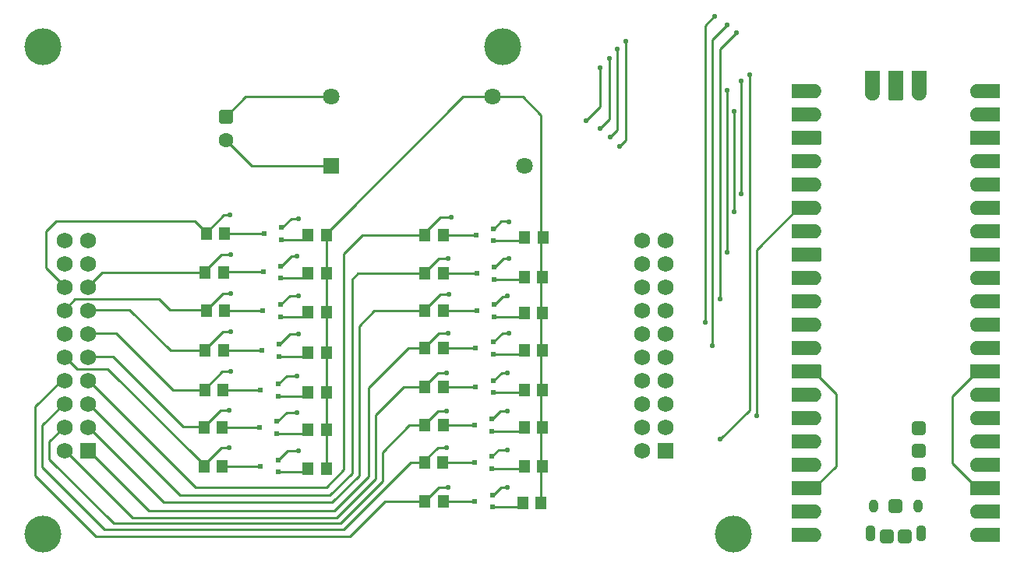
<source format=gbr>
G04*
G04 #@! TF.GenerationSoftware,Altium Limited,Altium Designer,23.9.2 (47)*
G04*
G04 Layer_Physical_Order=1*
G04 Layer_Color=255*
%FSLAX25Y25*%
%MOIN*%
G70*
G04*
G04 #@! TF.SameCoordinates,7D7DC0CB-560A-4B43-BD03-011E7A05A225*
G04*
G04*
G04 #@! TF.FilePolarity,Positive*
G04*
G01*
G75*
%ADD13C,0.01000*%
%ADD14O,0.04134X0.05709*%
%ADD15O,0.04331X0.07087*%
G04:AMPARAMS|DCode=16|XSize=59.06mil|YSize=59.06mil|CornerRadius=11.81mil|HoleSize=0mil|Usage=FLASHONLY|Rotation=180.000|XOffset=0mil|YOffset=0mil|HoleType=Round|Shape=RoundedRectangle|*
%AMROUNDEDRECTD16*
21,1,0.05906,0.03543,0,0,180.0*
21,1,0.03543,0.05906,0,0,180.0*
1,1,0.02362,-0.01772,0.01772*
1,1,0.02362,0.01772,0.01772*
1,1,0.02362,0.01772,-0.01772*
1,1,0.02362,-0.01772,-0.01772*
%
%ADD16ROUNDEDRECTD16*%
%ADD17R,0.02362X0.01850*%
%ADD18R,0.04724X0.05709*%
%ADD24R,0.06850X0.06850*%
%ADD25C,0.06850*%
%ADD32R,0.03937X0.03937*%
%ADD33C,0.06000*%
%ADD34C,0.06299*%
G04:AMPARAMS|DCode=35|XSize=62.99mil|YSize=62.99mil|CornerRadius=15.75mil|HoleSize=0mil|Usage=FLASHONLY|Rotation=270.000|XOffset=0mil|YOffset=0mil|HoleType=Round|Shape=RoundedRectangle|*
%AMROUNDEDRECTD35*
21,1,0.06299,0.03150,0,0,270.0*
21,1,0.03150,0.06299,0,0,270.0*
1,1,0.03150,-0.01575,-0.01575*
1,1,0.03150,-0.01575,0.01575*
1,1,0.03150,0.01575,0.01575*
1,1,0.03150,0.01575,-0.01575*
%
%ADD35ROUNDEDRECTD35*%
%ADD36C,0.07087*%
%ADD37R,0.07087X0.07087*%
%ADD38C,0.02300*%
%ADD39C,0.15748*%
G36*
X428949Y198350D02*
X419500D01*
X419335Y198354D01*
X419169Y198366D01*
X419008Y198390D01*
X418847Y198417D01*
X418685Y198457D01*
X418528Y198504D01*
X418370Y198559D01*
X418221Y198622D01*
X418071Y198693D01*
X417925Y198772D01*
X417783Y198858D01*
X417650Y198953D01*
X417520Y199051D01*
X417394Y199158D01*
X417272Y199272D01*
X417158Y199394D01*
X417051Y199520D01*
X416953Y199650D01*
X416858Y199784D01*
X416772Y199925D01*
X416693Y200071D01*
X416622Y200220D01*
X416559Y200370D01*
X416504Y200528D01*
X416457Y200685D01*
X416417Y200847D01*
X416390Y201008D01*
X416366Y201169D01*
X416354Y201335D01*
X416350Y201500D01*
X416354Y201665D01*
X416366Y201831D01*
X416390Y201992D01*
X416417Y202153D01*
X416457Y202315D01*
X416504Y202472D01*
X416559Y202630D01*
X416622Y202780D01*
X416693Y202929D01*
X416772Y203075D01*
X416858Y203217D01*
X416953Y203350D01*
X417051Y203480D01*
X417158Y203606D01*
X417272Y203728D01*
X417394Y203842D01*
X417520Y203949D01*
X417650Y204047D01*
X417783Y204142D01*
X417925Y204228D01*
X418071Y204307D01*
X418221Y204378D01*
X418370Y204441D01*
X418528Y204496D01*
X418685Y204543D01*
X418847Y204583D01*
X419008Y204610D01*
X419169Y204634D01*
X419335Y204646D01*
X419500Y204650D01*
X428949D01*
Y198350D01*
D02*
G37*
G36*
X349665Y204646D02*
X349831Y204634D01*
X349992Y204610D01*
X350153Y204583D01*
X350315Y204543D01*
X350472Y204496D01*
X350630Y204441D01*
X350780Y204378D01*
X350929Y204307D01*
X351075Y204228D01*
X351217Y204142D01*
X351350Y204047D01*
X351480Y203949D01*
X351606Y203842D01*
X351728Y203728D01*
X351842Y203606D01*
X351949Y203480D01*
X352047Y203350D01*
X352142Y203217D01*
X352228Y203075D01*
X352307Y202929D01*
X352378Y202780D01*
X352441Y202630D01*
X352496Y202472D01*
X352543Y202315D01*
X352583Y202153D01*
X352610Y201992D01*
X352634Y201831D01*
X352646Y201665D01*
X352650Y201500D01*
X352646Y201335D01*
X352634Y201169D01*
X352610Y201008D01*
X352583Y200847D01*
X352543Y200685D01*
X352496Y200528D01*
X352441Y200370D01*
X352378Y200220D01*
X352307Y200071D01*
X352228Y199925D01*
X352142Y199784D01*
X352047Y199650D01*
X351949Y199520D01*
X351842Y199394D01*
X351728Y199272D01*
X351606Y199158D01*
X351480Y199051D01*
X351350Y198953D01*
X351217Y198858D01*
X351075Y198772D01*
X350929Y198693D01*
X350780Y198622D01*
X350630Y198559D01*
X350472Y198504D01*
X350315Y198457D01*
X350153Y198417D01*
X349992Y198390D01*
X349831Y198366D01*
X349665Y198354D01*
X349500Y198350D01*
X340051D01*
Y204650D01*
X349500D01*
X349665Y204646D01*
D02*
G37*
G36*
X397650Y200594D02*
X397646Y200429D01*
X397634Y200264D01*
X397610Y200102D01*
X397583Y199941D01*
X397543Y199779D01*
X397496Y199622D01*
X397441Y199465D01*
X397378Y199315D01*
X397307Y199165D01*
X397228Y199020D01*
X397142Y198878D01*
X397047Y198744D01*
X396949Y198614D01*
X396843Y198488D01*
X396728Y198366D01*
X396606Y198252D01*
X396480Y198146D01*
X396350Y198047D01*
X396217Y197953D01*
X396075Y197866D01*
X395929Y197787D01*
X395779Y197716D01*
X395630Y197653D01*
X395472Y197598D01*
X395315Y197551D01*
X395153Y197512D01*
X394992Y197484D01*
X394831Y197461D01*
X394665Y197449D01*
X394500Y197445D01*
X394335Y197449D01*
X394169Y197461D01*
X394008Y197484D01*
X393847Y197512D01*
X393685Y197551D01*
X393528Y197598D01*
X393370Y197653D01*
X393220Y197716D01*
X393071Y197787D01*
X392925Y197866D01*
X392783Y197953D01*
X392650Y198047D01*
X392520Y198146D01*
X392394Y198252D01*
X392272Y198366D01*
X392158Y198488D01*
X392051Y198614D01*
X391953Y198744D01*
X391858Y198878D01*
X391772Y199020D01*
X391693Y199165D01*
X391622Y199315D01*
X391559Y199465D01*
X391504Y199622D01*
X391457Y199779D01*
X391417Y199941D01*
X391390Y200102D01*
X391366Y200264D01*
X391354Y200429D01*
X391350Y200594D01*
Y210043D01*
X397650D01*
Y200594D01*
D02*
G37*
G36*
X387650Y198232D02*
Y198193D01*
X387646Y198150D01*
X387642Y198110D01*
X387634Y198067D01*
X387622Y198028D01*
X387610Y197988D01*
X387598Y197949D01*
X387583Y197913D01*
X387563Y197874D01*
X387543Y197839D01*
X387524Y197803D01*
X387500Y197768D01*
X387472Y197736D01*
X387449Y197705D01*
X387417Y197677D01*
X387390Y197646D01*
X387358Y197622D01*
X387327Y197594D01*
X387291Y197571D01*
X387256Y197551D01*
X387221Y197531D01*
X387181Y197512D01*
X387146Y197496D01*
X387106Y197484D01*
X387067Y197472D01*
X387028Y197461D01*
X386984Y197453D01*
X386945Y197449D01*
X386902Y197445D01*
X382098D01*
X382055Y197449D01*
X382016Y197453D01*
X381972Y197461D01*
X381933Y197472D01*
X381894Y197484D01*
X381854Y197496D01*
X381819Y197512D01*
X381780Y197531D01*
X381744Y197551D01*
X381709Y197571D01*
X381673Y197594D01*
X381642Y197622D01*
X381610Y197646D01*
X381583Y197677D01*
X381551Y197705D01*
X381528Y197736D01*
X381500Y197768D01*
X381476Y197803D01*
X381457Y197839D01*
X381437Y197874D01*
X381417Y197913D01*
X381402Y197949D01*
X381390Y197988D01*
X381378Y198028D01*
X381366Y198067D01*
X381358Y198110D01*
X381354Y198150D01*
X381350Y198193D01*
Y198232D01*
Y210043D01*
X387650D01*
Y198232D01*
D02*
G37*
G36*
X377650Y200594D02*
X377646Y200429D01*
X377634Y200264D01*
X377610Y200102D01*
X377583Y199941D01*
X377543Y199779D01*
X377496Y199622D01*
X377441Y199465D01*
X377378Y199315D01*
X377307Y199165D01*
X377228Y199020D01*
X377142Y198878D01*
X377047Y198744D01*
X376949Y198614D01*
X376842Y198488D01*
X376728Y198366D01*
X376606Y198252D01*
X376480Y198146D01*
X376350Y198047D01*
X376217Y197953D01*
X376075Y197866D01*
X375929Y197787D01*
X375780Y197716D01*
X375630Y197653D01*
X375472Y197598D01*
X375315Y197551D01*
X375153Y197512D01*
X374992Y197484D01*
X374831Y197461D01*
X374665Y197449D01*
X374500Y197445D01*
X374335Y197449D01*
X374169Y197461D01*
X374008Y197484D01*
X373847Y197512D01*
X373685Y197551D01*
X373528Y197598D01*
X373370Y197653D01*
X373220Y197716D01*
X373071Y197787D01*
X372925Y197866D01*
X372783Y197953D01*
X372650Y198047D01*
X372520Y198146D01*
X372394Y198252D01*
X372272Y198366D01*
X372158Y198488D01*
X372051Y198614D01*
X371953Y198744D01*
X371858Y198878D01*
X371772Y199020D01*
X371693Y199165D01*
X371622Y199315D01*
X371559Y199465D01*
X371504Y199622D01*
X371457Y199779D01*
X371417Y199941D01*
X371390Y200102D01*
X371366Y200264D01*
X371354Y200429D01*
X371350Y200594D01*
Y210043D01*
X377650D01*
Y200594D01*
D02*
G37*
G36*
X428949Y188350D02*
X419500D01*
X419335Y188354D01*
X419169Y188366D01*
X419008Y188390D01*
X418847Y188417D01*
X418685Y188457D01*
X418528Y188504D01*
X418370Y188559D01*
X418221Y188622D01*
X418071Y188693D01*
X417925Y188772D01*
X417783Y188858D01*
X417650Y188953D01*
X417520Y189051D01*
X417394Y189157D01*
X417272Y189272D01*
X417158Y189394D01*
X417051Y189520D01*
X416953Y189650D01*
X416858Y189784D01*
X416772Y189925D01*
X416693Y190071D01*
X416622Y190220D01*
X416559Y190370D01*
X416504Y190528D01*
X416457Y190685D01*
X416417Y190847D01*
X416390Y191008D01*
X416366Y191169D01*
X416354Y191335D01*
X416350Y191500D01*
X416354Y191665D01*
X416366Y191831D01*
X416390Y191992D01*
X416417Y192154D01*
X416457Y192315D01*
X416504Y192472D01*
X416559Y192630D01*
X416622Y192780D01*
X416693Y192929D01*
X416772Y193075D01*
X416858Y193217D01*
X416953Y193350D01*
X417051Y193480D01*
X417158Y193606D01*
X417272Y193728D01*
X417394Y193842D01*
X417520Y193949D01*
X417650Y194047D01*
X417783Y194142D01*
X417925Y194228D01*
X418071Y194307D01*
X418221Y194378D01*
X418370Y194441D01*
X418528Y194496D01*
X418685Y194543D01*
X418847Y194583D01*
X419008Y194610D01*
X419169Y194634D01*
X419335Y194646D01*
X419500Y194650D01*
X428949D01*
Y188350D01*
D02*
G37*
G36*
X349665Y194646D02*
X349831Y194634D01*
X349992Y194610D01*
X350153Y194583D01*
X350315Y194543D01*
X350472Y194496D01*
X350630Y194441D01*
X350780Y194378D01*
X350929Y194307D01*
X351075Y194228D01*
X351217Y194142D01*
X351350Y194047D01*
X351480Y193949D01*
X351606Y193842D01*
X351728Y193728D01*
X351842Y193606D01*
X351949Y193480D01*
X352047Y193350D01*
X352142Y193217D01*
X352228Y193075D01*
X352307Y192929D01*
X352378Y192780D01*
X352441Y192630D01*
X352496Y192472D01*
X352543Y192315D01*
X352583Y192154D01*
X352610Y191992D01*
X352634Y191831D01*
X352646Y191665D01*
X352650Y191500D01*
X352646Y191335D01*
X352634Y191169D01*
X352610Y191008D01*
X352583Y190847D01*
X352543Y190685D01*
X352496Y190528D01*
X352441Y190370D01*
X352378Y190220D01*
X352307Y190071D01*
X352228Y189925D01*
X352142Y189784D01*
X352047Y189650D01*
X351949Y189520D01*
X351842Y189394D01*
X351728Y189272D01*
X351606Y189157D01*
X351480Y189051D01*
X351350Y188953D01*
X351217Y188858D01*
X351075Y188772D01*
X350929Y188693D01*
X350780Y188622D01*
X350630Y188559D01*
X350472Y188504D01*
X350315Y188457D01*
X350153Y188417D01*
X349992Y188390D01*
X349831Y188366D01*
X349665Y188354D01*
X349500Y188350D01*
X340051D01*
Y194650D01*
X349500D01*
X349665Y194646D01*
D02*
G37*
G36*
X428949Y178350D02*
X417098D01*
X417055Y178354D01*
X417016Y178358D01*
X416972Y178366D01*
X416933Y178378D01*
X416894Y178390D01*
X416854Y178402D01*
X416819Y178417D01*
X416780Y178437D01*
X416744Y178457D01*
X416709Y178476D01*
X416673Y178500D01*
X416642Y178528D01*
X416610Y178551D01*
X416583Y178583D01*
X416551Y178610D01*
X416528Y178642D01*
X416500Y178673D01*
X416476Y178709D01*
X416457Y178744D01*
X416437Y178779D01*
X416417Y178819D01*
X416402Y178854D01*
X416390Y178894D01*
X416378Y178933D01*
X416366Y178972D01*
X416358Y179016D01*
X416354Y179055D01*
X416350Y179098D01*
Y179138D01*
Y183862D01*
Y183902D01*
X416354Y183945D01*
X416358Y183984D01*
X416366Y184028D01*
X416378Y184067D01*
X416390Y184106D01*
X416402Y184146D01*
X416417Y184181D01*
X416437Y184221D01*
X416457Y184256D01*
X416476Y184291D01*
X416500Y184327D01*
X416528Y184358D01*
X416551Y184390D01*
X416583Y184417D01*
X416610Y184449D01*
X416642Y184472D01*
X416673Y184500D01*
X416709Y184524D01*
X416744Y184543D01*
X416780Y184563D01*
X416819Y184583D01*
X416854Y184598D01*
X416894Y184610D01*
X416933Y184622D01*
X416972Y184634D01*
X417016Y184642D01*
X417055Y184646D01*
X417098Y184650D01*
X428949D01*
Y178350D01*
D02*
G37*
G36*
X351945Y184646D02*
X351984Y184642D01*
X352028Y184634D01*
X352067Y184622D01*
X352106Y184610D01*
X352146Y184598D01*
X352181Y184583D01*
X352221Y184563D01*
X352256Y184543D01*
X352291Y184524D01*
X352327Y184500D01*
X352358Y184472D01*
X352390Y184449D01*
X352417Y184417D01*
X352449Y184390D01*
X352472Y184358D01*
X352500Y184327D01*
X352524Y184291D01*
X352543Y184256D01*
X352563Y184221D01*
X352583Y184181D01*
X352598Y184146D01*
X352610Y184106D01*
X352622Y184067D01*
X352634Y184028D01*
X352642Y183984D01*
X352646Y183945D01*
X352650Y183902D01*
Y183862D01*
Y179138D01*
Y179098D01*
X352646Y179055D01*
X352642Y179016D01*
X352634Y178972D01*
X352622Y178933D01*
X352610Y178894D01*
X352598Y178854D01*
X352583Y178819D01*
X352563Y178779D01*
X352543Y178744D01*
X352524Y178709D01*
X352500Y178673D01*
X352472Y178642D01*
X352449Y178610D01*
X352417Y178583D01*
X352390Y178551D01*
X352358Y178528D01*
X352327Y178500D01*
X352291Y178476D01*
X352256Y178457D01*
X352221Y178437D01*
X352181Y178417D01*
X352146Y178402D01*
X352106Y178390D01*
X352067Y178378D01*
X352028Y178366D01*
X351984Y178358D01*
X351945Y178354D01*
X351902Y178350D01*
X340051D01*
Y184650D01*
X351902D01*
X351945Y184646D01*
D02*
G37*
G36*
X428949Y168350D02*
X419500D01*
X419335Y168354D01*
X419169Y168366D01*
X419008Y168390D01*
X418847Y168417D01*
X418685Y168457D01*
X418528Y168504D01*
X418370Y168559D01*
X418221Y168622D01*
X418071Y168693D01*
X417925Y168772D01*
X417783Y168858D01*
X417650Y168953D01*
X417520Y169051D01*
X417394Y169158D01*
X417272Y169272D01*
X417158Y169394D01*
X417051Y169520D01*
X416953Y169650D01*
X416858Y169783D01*
X416772Y169925D01*
X416693Y170071D01*
X416622Y170220D01*
X416559Y170370D01*
X416504Y170528D01*
X416457Y170685D01*
X416417Y170846D01*
X416390Y171008D01*
X416366Y171169D01*
X416354Y171335D01*
X416350Y171500D01*
X416354Y171665D01*
X416366Y171831D01*
X416390Y171992D01*
X416417Y172153D01*
X416457Y172315D01*
X416504Y172472D01*
X416559Y172630D01*
X416622Y172780D01*
X416693Y172929D01*
X416772Y173075D01*
X416858Y173216D01*
X416953Y173350D01*
X417051Y173480D01*
X417158Y173606D01*
X417272Y173728D01*
X417394Y173843D01*
X417520Y173949D01*
X417650Y174047D01*
X417783Y174142D01*
X417925Y174228D01*
X418071Y174307D01*
X418221Y174378D01*
X418370Y174441D01*
X418528Y174496D01*
X418685Y174543D01*
X418847Y174583D01*
X419008Y174610D01*
X419169Y174634D01*
X419335Y174646D01*
X419500Y174650D01*
X428949D01*
Y168350D01*
D02*
G37*
G36*
X349665Y174646D02*
X349831Y174634D01*
X349992Y174610D01*
X350153Y174583D01*
X350315Y174543D01*
X350472Y174496D01*
X350630Y174441D01*
X350780Y174378D01*
X350929Y174307D01*
X351075Y174228D01*
X351217Y174142D01*
X351350Y174047D01*
X351480Y173949D01*
X351606Y173843D01*
X351728Y173728D01*
X351842Y173606D01*
X351949Y173480D01*
X352047Y173350D01*
X352142Y173216D01*
X352228Y173075D01*
X352307Y172929D01*
X352378Y172780D01*
X352441Y172630D01*
X352496Y172472D01*
X352543Y172315D01*
X352583Y172153D01*
X352610Y171992D01*
X352634Y171831D01*
X352646Y171665D01*
X352650Y171500D01*
X352646Y171335D01*
X352634Y171169D01*
X352610Y171008D01*
X352583Y170846D01*
X352543Y170685D01*
X352496Y170528D01*
X352441Y170370D01*
X352378Y170220D01*
X352307Y170071D01*
X352228Y169925D01*
X352142Y169783D01*
X352047Y169650D01*
X351949Y169520D01*
X351842Y169394D01*
X351728Y169272D01*
X351606Y169158D01*
X351480Y169051D01*
X351350Y168953D01*
X351217Y168858D01*
X351075Y168772D01*
X350929Y168693D01*
X350780Y168622D01*
X350630Y168559D01*
X350472Y168504D01*
X350315Y168457D01*
X350153Y168417D01*
X349992Y168390D01*
X349831Y168366D01*
X349665Y168354D01*
X349500Y168350D01*
X340051D01*
Y174650D01*
X349500D01*
X349665Y174646D01*
D02*
G37*
G36*
X428949Y158350D02*
X419500D01*
X419335Y158354D01*
X419169Y158366D01*
X419008Y158390D01*
X418847Y158417D01*
X418685Y158457D01*
X418528Y158504D01*
X418370Y158559D01*
X418221Y158622D01*
X418071Y158693D01*
X417925Y158772D01*
X417783Y158858D01*
X417650Y158953D01*
X417520Y159051D01*
X417394Y159158D01*
X417272Y159272D01*
X417158Y159394D01*
X417051Y159520D01*
X416953Y159650D01*
X416858Y159783D01*
X416772Y159925D01*
X416693Y160071D01*
X416622Y160221D01*
X416559Y160370D01*
X416504Y160528D01*
X416457Y160685D01*
X416417Y160846D01*
X416390Y161008D01*
X416366Y161169D01*
X416354Y161335D01*
X416350Y161500D01*
X416354Y161665D01*
X416366Y161831D01*
X416390Y161992D01*
X416417Y162153D01*
X416457Y162315D01*
X416504Y162472D01*
X416559Y162630D01*
X416622Y162779D01*
X416693Y162929D01*
X416772Y163075D01*
X416858Y163216D01*
X416953Y163350D01*
X417051Y163480D01*
X417158Y163606D01*
X417272Y163728D01*
X417394Y163842D01*
X417520Y163949D01*
X417650Y164047D01*
X417783Y164142D01*
X417925Y164228D01*
X418071Y164307D01*
X418221Y164378D01*
X418370Y164441D01*
X418528Y164496D01*
X418685Y164543D01*
X418847Y164583D01*
X419008Y164610D01*
X419169Y164634D01*
X419335Y164646D01*
X419500Y164650D01*
X428949D01*
Y158350D01*
D02*
G37*
G36*
X349665Y164646D02*
X349831Y164634D01*
X349992Y164610D01*
X350153Y164583D01*
X350315Y164543D01*
X350472Y164496D01*
X350630Y164441D01*
X350780Y164378D01*
X350929Y164307D01*
X351075Y164228D01*
X351217Y164142D01*
X351350Y164047D01*
X351480Y163949D01*
X351606Y163842D01*
X351728Y163728D01*
X351842Y163606D01*
X351949Y163480D01*
X352047Y163350D01*
X352142Y163216D01*
X352228Y163075D01*
X352307Y162929D01*
X352378Y162779D01*
X352441Y162630D01*
X352496Y162472D01*
X352543Y162315D01*
X352583Y162153D01*
X352610Y161992D01*
X352634Y161831D01*
X352646Y161665D01*
X352650Y161500D01*
X352646Y161335D01*
X352634Y161169D01*
X352610Y161008D01*
X352583Y160846D01*
X352543Y160685D01*
X352496Y160528D01*
X352441Y160370D01*
X352378Y160221D01*
X352307Y160071D01*
X352228Y159925D01*
X352142Y159783D01*
X352047Y159650D01*
X351949Y159520D01*
X351842Y159394D01*
X351728Y159272D01*
X351606Y159158D01*
X351480Y159051D01*
X351350Y158953D01*
X351217Y158858D01*
X351075Y158772D01*
X350929Y158693D01*
X350780Y158622D01*
X350630Y158559D01*
X350472Y158504D01*
X350315Y158457D01*
X350153Y158417D01*
X349992Y158390D01*
X349831Y158366D01*
X349665Y158354D01*
X349500Y158350D01*
X340051D01*
Y164650D01*
X349500D01*
X349665Y164646D01*
D02*
G37*
G36*
X428949Y148350D02*
X419500D01*
X419335Y148354D01*
X419169Y148366D01*
X419008Y148390D01*
X418847Y148417D01*
X418685Y148457D01*
X418528Y148504D01*
X418370Y148559D01*
X418221Y148622D01*
X418071Y148693D01*
X417925Y148772D01*
X417783Y148858D01*
X417650Y148953D01*
X417520Y149051D01*
X417394Y149158D01*
X417272Y149272D01*
X417158Y149394D01*
X417051Y149520D01*
X416953Y149650D01*
X416858Y149784D01*
X416772Y149925D01*
X416693Y150071D01*
X416622Y150221D01*
X416559Y150370D01*
X416504Y150528D01*
X416457Y150685D01*
X416417Y150847D01*
X416390Y151008D01*
X416366Y151169D01*
X416354Y151335D01*
X416350Y151500D01*
X416354Y151665D01*
X416366Y151831D01*
X416390Y151992D01*
X416417Y152154D01*
X416457Y152315D01*
X416504Y152472D01*
X416559Y152630D01*
X416622Y152779D01*
X416693Y152929D01*
X416772Y153075D01*
X416858Y153217D01*
X416953Y153350D01*
X417051Y153480D01*
X417158Y153606D01*
X417272Y153728D01*
X417394Y153842D01*
X417520Y153949D01*
X417650Y154047D01*
X417783Y154142D01*
X417925Y154228D01*
X418071Y154307D01*
X418221Y154378D01*
X418370Y154441D01*
X418528Y154496D01*
X418685Y154543D01*
X418847Y154583D01*
X419008Y154610D01*
X419169Y154634D01*
X419335Y154646D01*
X419500Y154650D01*
X428949D01*
Y148350D01*
D02*
G37*
G36*
X349665Y154646D02*
X349831Y154634D01*
X349992Y154610D01*
X350153Y154583D01*
X350315Y154543D01*
X350472Y154496D01*
X350630Y154441D01*
X350780Y154378D01*
X350929Y154307D01*
X351075Y154228D01*
X351217Y154142D01*
X351350Y154047D01*
X351480Y153949D01*
X351606Y153842D01*
X351728Y153728D01*
X351842Y153606D01*
X351949Y153480D01*
X352047Y153350D01*
X352142Y153217D01*
X352228Y153075D01*
X352307Y152929D01*
X352378Y152779D01*
X352441Y152630D01*
X352496Y152472D01*
X352543Y152315D01*
X352583Y152154D01*
X352610Y151992D01*
X352634Y151831D01*
X352646Y151665D01*
X352650Y151500D01*
X352646Y151335D01*
X352634Y151169D01*
X352610Y151008D01*
X352583Y150847D01*
X352543Y150685D01*
X352496Y150528D01*
X352441Y150370D01*
X352378Y150221D01*
X352307Y150071D01*
X352228Y149925D01*
X352142Y149784D01*
X352047Y149650D01*
X351949Y149520D01*
X351842Y149394D01*
X351728Y149272D01*
X351606Y149158D01*
X351480Y149051D01*
X351350Y148953D01*
X351217Y148858D01*
X351075Y148772D01*
X350929Y148693D01*
X350780Y148622D01*
X350630Y148559D01*
X350472Y148504D01*
X350315Y148457D01*
X350153Y148417D01*
X349992Y148390D01*
X349831Y148366D01*
X349665Y148354D01*
X349500Y148350D01*
X340051D01*
Y154650D01*
X349500D01*
X349665Y154646D01*
D02*
G37*
G36*
X428949Y138350D02*
X419500D01*
X419335Y138354D01*
X419169Y138366D01*
X419008Y138390D01*
X418847Y138417D01*
X418685Y138457D01*
X418528Y138504D01*
X418370Y138559D01*
X418221Y138622D01*
X418071Y138693D01*
X417925Y138772D01*
X417783Y138858D01*
X417650Y138953D01*
X417520Y139051D01*
X417394Y139157D01*
X417272Y139272D01*
X417158Y139394D01*
X417051Y139520D01*
X416953Y139650D01*
X416858Y139784D01*
X416772Y139925D01*
X416693Y140071D01*
X416622Y140220D01*
X416559Y140370D01*
X416504Y140528D01*
X416457Y140685D01*
X416417Y140847D01*
X416390Y141008D01*
X416366Y141169D01*
X416354Y141335D01*
X416350Y141500D01*
X416354Y141665D01*
X416366Y141831D01*
X416390Y141992D01*
X416417Y142154D01*
X416457Y142315D01*
X416504Y142472D01*
X416559Y142630D01*
X416622Y142780D01*
X416693Y142929D01*
X416772Y143075D01*
X416858Y143217D01*
X416953Y143350D01*
X417051Y143480D01*
X417158Y143606D01*
X417272Y143728D01*
X417394Y143842D01*
X417520Y143949D01*
X417650Y144047D01*
X417783Y144142D01*
X417925Y144228D01*
X418071Y144307D01*
X418221Y144378D01*
X418370Y144441D01*
X418528Y144496D01*
X418685Y144543D01*
X418847Y144583D01*
X419008Y144610D01*
X419169Y144634D01*
X419335Y144646D01*
X419500Y144650D01*
X428949D01*
Y138350D01*
D02*
G37*
G36*
X349665Y144646D02*
X349831Y144634D01*
X349992Y144610D01*
X350153Y144583D01*
X350315Y144543D01*
X350472Y144496D01*
X350630Y144441D01*
X350780Y144378D01*
X350929Y144307D01*
X351075Y144228D01*
X351217Y144142D01*
X351350Y144047D01*
X351480Y143949D01*
X351606Y143842D01*
X351728Y143728D01*
X351842Y143606D01*
X351949Y143480D01*
X352047Y143350D01*
X352142Y143217D01*
X352228Y143075D01*
X352307Y142929D01*
X352378Y142780D01*
X352441Y142630D01*
X352496Y142472D01*
X352543Y142315D01*
X352583Y142154D01*
X352610Y141992D01*
X352634Y141831D01*
X352646Y141665D01*
X352650Y141500D01*
X352646Y141335D01*
X352634Y141169D01*
X352610Y141008D01*
X352583Y140847D01*
X352543Y140685D01*
X352496Y140528D01*
X352441Y140370D01*
X352378Y140220D01*
X352307Y140071D01*
X352228Y139925D01*
X352142Y139784D01*
X352047Y139650D01*
X351949Y139520D01*
X351842Y139394D01*
X351728Y139272D01*
X351606Y139157D01*
X351480Y139051D01*
X351350Y138953D01*
X351217Y138858D01*
X351075Y138772D01*
X350929Y138693D01*
X350780Y138622D01*
X350630Y138559D01*
X350472Y138504D01*
X350315Y138457D01*
X350153Y138417D01*
X349992Y138390D01*
X349831Y138366D01*
X349665Y138354D01*
X349500Y138350D01*
X340051D01*
Y144650D01*
X349500D01*
X349665Y144646D01*
D02*
G37*
G36*
X428949Y128350D02*
X417098D01*
X417055Y128354D01*
X417016Y128358D01*
X416972Y128366D01*
X416933Y128378D01*
X416894Y128390D01*
X416854Y128402D01*
X416819Y128417D01*
X416780Y128437D01*
X416744Y128457D01*
X416709Y128476D01*
X416673Y128500D01*
X416642Y128528D01*
X416610Y128551D01*
X416583Y128583D01*
X416551Y128610D01*
X416528Y128642D01*
X416500Y128673D01*
X416476Y128709D01*
X416457Y128744D01*
X416437Y128779D01*
X416417Y128819D01*
X416402Y128854D01*
X416390Y128894D01*
X416378Y128933D01*
X416366Y128972D01*
X416358Y129016D01*
X416354Y129055D01*
X416350Y129098D01*
Y129138D01*
Y133862D01*
Y133902D01*
X416354Y133945D01*
X416358Y133984D01*
X416366Y134028D01*
X416378Y134067D01*
X416390Y134106D01*
X416402Y134146D01*
X416417Y134181D01*
X416437Y134221D01*
X416457Y134256D01*
X416476Y134291D01*
X416500Y134327D01*
X416528Y134358D01*
X416551Y134390D01*
X416583Y134417D01*
X416610Y134449D01*
X416642Y134472D01*
X416673Y134500D01*
X416709Y134524D01*
X416744Y134543D01*
X416780Y134563D01*
X416819Y134583D01*
X416854Y134598D01*
X416894Y134610D01*
X416933Y134622D01*
X416972Y134634D01*
X417016Y134642D01*
X417055Y134646D01*
X417098Y134650D01*
X428949D01*
Y128350D01*
D02*
G37*
G36*
X351945Y134646D02*
X351984Y134642D01*
X352028Y134634D01*
X352067Y134622D01*
X352106Y134610D01*
X352146Y134598D01*
X352181Y134583D01*
X352221Y134563D01*
X352256Y134543D01*
X352291Y134524D01*
X352327Y134500D01*
X352358Y134472D01*
X352390Y134449D01*
X352417Y134417D01*
X352449Y134390D01*
X352472Y134358D01*
X352500Y134327D01*
X352524Y134291D01*
X352543Y134256D01*
X352563Y134221D01*
X352583Y134181D01*
X352598Y134146D01*
X352610Y134106D01*
X352622Y134067D01*
X352634Y134028D01*
X352642Y133984D01*
X352646Y133945D01*
X352650Y133902D01*
Y133862D01*
Y129138D01*
Y129098D01*
X352646Y129055D01*
X352642Y129016D01*
X352634Y128972D01*
X352622Y128933D01*
X352610Y128894D01*
X352598Y128854D01*
X352583Y128819D01*
X352563Y128779D01*
X352543Y128744D01*
X352524Y128709D01*
X352500Y128673D01*
X352472Y128642D01*
X352449Y128610D01*
X352417Y128583D01*
X352390Y128551D01*
X352358Y128528D01*
X352327Y128500D01*
X352291Y128476D01*
X352256Y128457D01*
X352221Y128437D01*
X352181Y128417D01*
X352146Y128402D01*
X352106Y128390D01*
X352067Y128378D01*
X352028Y128366D01*
X351984Y128358D01*
X351945Y128354D01*
X351902Y128350D01*
X340051D01*
Y134650D01*
X351902D01*
X351945Y134646D01*
D02*
G37*
G36*
X428949Y118350D02*
X419500D01*
X419335Y118354D01*
X419169Y118366D01*
X419008Y118390D01*
X418847Y118417D01*
X418685Y118457D01*
X418528Y118504D01*
X418370Y118559D01*
X418221Y118622D01*
X418071Y118693D01*
X417925Y118772D01*
X417783Y118858D01*
X417650Y118953D01*
X417520Y119051D01*
X417394Y119158D01*
X417272Y119272D01*
X417158Y119394D01*
X417051Y119520D01*
X416953Y119650D01*
X416858Y119783D01*
X416772Y119925D01*
X416693Y120071D01*
X416622Y120220D01*
X416559Y120370D01*
X416504Y120528D01*
X416457Y120685D01*
X416417Y120846D01*
X416390Y121008D01*
X416366Y121169D01*
X416354Y121335D01*
X416350Y121500D01*
X416354Y121665D01*
X416366Y121831D01*
X416390Y121992D01*
X416417Y122153D01*
X416457Y122315D01*
X416504Y122472D01*
X416559Y122630D01*
X416622Y122780D01*
X416693Y122929D01*
X416772Y123075D01*
X416858Y123216D01*
X416953Y123350D01*
X417051Y123480D01*
X417158Y123606D01*
X417272Y123728D01*
X417394Y123843D01*
X417520Y123949D01*
X417650Y124047D01*
X417783Y124142D01*
X417925Y124228D01*
X418071Y124307D01*
X418221Y124378D01*
X418370Y124441D01*
X418528Y124496D01*
X418685Y124543D01*
X418847Y124583D01*
X419008Y124610D01*
X419169Y124634D01*
X419335Y124646D01*
X419500Y124650D01*
X428949D01*
Y118350D01*
D02*
G37*
G36*
X349665Y124646D02*
X349831Y124634D01*
X349992Y124610D01*
X350153Y124583D01*
X350315Y124543D01*
X350472Y124496D01*
X350630Y124441D01*
X350780Y124378D01*
X350929Y124307D01*
X351075Y124228D01*
X351217Y124142D01*
X351350Y124047D01*
X351480Y123949D01*
X351606Y123843D01*
X351728Y123728D01*
X351842Y123606D01*
X351949Y123480D01*
X352047Y123350D01*
X352142Y123216D01*
X352228Y123075D01*
X352307Y122929D01*
X352378Y122780D01*
X352441Y122630D01*
X352496Y122472D01*
X352543Y122315D01*
X352583Y122153D01*
X352610Y121992D01*
X352634Y121831D01*
X352646Y121665D01*
X352650Y121500D01*
X352646Y121335D01*
X352634Y121169D01*
X352610Y121008D01*
X352583Y120846D01*
X352543Y120685D01*
X352496Y120528D01*
X352441Y120370D01*
X352378Y120220D01*
X352307Y120071D01*
X352228Y119925D01*
X352142Y119783D01*
X352047Y119650D01*
X351949Y119520D01*
X351842Y119394D01*
X351728Y119272D01*
X351606Y119158D01*
X351480Y119051D01*
X351350Y118953D01*
X351217Y118858D01*
X351075Y118772D01*
X350929Y118693D01*
X350780Y118622D01*
X350630Y118559D01*
X350472Y118504D01*
X350315Y118457D01*
X350153Y118417D01*
X349992Y118390D01*
X349831Y118366D01*
X349665Y118354D01*
X349500Y118350D01*
X340051D01*
Y124650D01*
X349500D01*
X349665Y124646D01*
D02*
G37*
G36*
X428949Y108350D02*
X419500D01*
X419335Y108354D01*
X419169Y108366D01*
X419008Y108390D01*
X418847Y108417D01*
X418685Y108457D01*
X418528Y108504D01*
X418370Y108559D01*
X418221Y108622D01*
X418071Y108693D01*
X417925Y108772D01*
X417783Y108858D01*
X417650Y108953D01*
X417520Y109051D01*
X417394Y109158D01*
X417272Y109272D01*
X417158Y109394D01*
X417051Y109520D01*
X416953Y109650D01*
X416858Y109783D01*
X416772Y109925D01*
X416693Y110071D01*
X416622Y110221D01*
X416559Y110370D01*
X416504Y110528D01*
X416457Y110685D01*
X416417Y110846D01*
X416390Y111008D01*
X416366Y111169D01*
X416354Y111335D01*
X416350Y111500D01*
X416354Y111665D01*
X416366Y111831D01*
X416390Y111992D01*
X416417Y112153D01*
X416457Y112315D01*
X416504Y112472D01*
X416559Y112630D01*
X416622Y112779D01*
X416693Y112929D01*
X416772Y113075D01*
X416858Y113216D01*
X416953Y113350D01*
X417051Y113480D01*
X417158Y113606D01*
X417272Y113728D01*
X417394Y113842D01*
X417520Y113949D01*
X417650Y114047D01*
X417783Y114142D01*
X417925Y114228D01*
X418071Y114307D01*
X418221Y114378D01*
X418370Y114441D01*
X418528Y114496D01*
X418685Y114543D01*
X418847Y114583D01*
X419008Y114610D01*
X419169Y114634D01*
X419335Y114646D01*
X419500Y114650D01*
X428949D01*
Y108350D01*
D02*
G37*
G36*
X349665Y114646D02*
X349831Y114634D01*
X349992Y114610D01*
X350153Y114583D01*
X350315Y114543D01*
X350472Y114496D01*
X350630Y114441D01*
X350780Y114378D01*
X350929Y114307D01*
X351075Y114228D01*
X351217Y114142D01*
X351350Y114047D01*
X351480Y113949D01*
X351606Y113842D01*
X351728Y113728D01*
X351842Y113606D01*
X351949Y113480D01*
X352047Y113350D01*
X352142Y113216D01*
X352228Y113075D01*
X352307Y112929D01*
X352378Y112779D01*
X352441Y112630D01*
X352496Y112472D01*
X352543Y112315D01*
X352583Y112153D01*
X352610Y111992D01*
X352634Y111831D01*
X352646Y111665D01*
X352650Y111500D01*
X352646Y111335D01*
X352634Y111169D01*
X352610Y111008D01*
X352583Y110846D01*
X352543Y110685D01*
X352496Y110528D01*
X352441Y110370D01*
X352378Y110221D01*
X352307Y110071D01*
X352228Y109925D01*
X352142Y109783D01*
X352047Y109650D01*
X351949Y109520D01*
X351842Y109394D01*
X351728Y109272D01*
X351606Y109158D01*
X351480Y109051D01*
X351350Y108953D01*
X351217Y108858D01*
X351075Y108772D01*
X350929Y108693D01*
X350780Y108622D01*
X350630Y108559D01*
X350472Y108504D01*
X350315Y108457D01*
X350153Y108417D01*
X349992Y108390D01*
X349831Y108366D01*
X349665Y108354D01*
X349500Y108350D01*
X340051D01*
Y114650D01*
X349500D01*
X349665Y114646D01*
D02*
G37*
G36*
X428949Y98350D02*
X419500D01*
X419335Y98354D01*
X419169Y98366D01*
X419008Y98390D01*
X418847Y98417D01*
X418685Y98457D01*
X418528Y98504D01*
X418370Y98559D01*
X418221Y98622D01*
X418071Y98693D01*
X417925Y98772D01*
X417783Y98858D01*
X417650Y98953D01*
X417520Y99051D01*
X417394Y99158D01*
X417272Y99272D01*
X417158Y99394D01*
X417051Y99520D01*
X416953Y99650D01*
X416858Y99783D01*
X416772Y99925D01*
X416693Y100071D01*
X416622Y100221D01*
X416559Y100370D01*
X416504Y100528D01*
X416457Y100685D01*
X416417Y100847D01*
X416390Y101008D01*
X416366Y101169D01*
X416354Y101335D01*
X416350Y101500D01*
X416354Y101665D01*
X416366Y101831D01*
X416390Y101992D01*
X416417Y102154D01*
X416457Y102315D01*
X416504Y102472D01*
X416559Y102630D01*
X416622Y102779D01*
X416693Y102929D01*
X416772Y103075D01*
X416858Y103217D01*
X416953Y103350D01*
X417051Y103480D01*
X417158Y103606D01*
X417272Y103728D01*
X417394Y103842D01*
X417520Y103949D01*
X417650Y104047D01*
X417783Y104142D01*
X417925Y104228D01*
X418071Y104307D01*
X418221Y104378D01*
X418370Y104441D01*
X418528Y104496D01*
X418685Y104543D01*
X418847Y104583D01*
X419008Y104610D01*
X419169Y104634D01*
X419335Y104646D01*
X419500Y104650D01*
X428949D01*
Y98350D01*
D02*
G37*
G36*
X349665Y104646D02*
X349831Y104634D01*
X349992Y104610D01*
X350153Y104583D01*
X350315Y104543D01*
X350472Y104496D01*
X350630Y104441D01*
X350780Y104378D01*
X350929Y104307D01*
X351075Y104228D01*
X351217Y104142D01*
X351350Y104047D01*
X351480Y103949D01*
X351606Y103842D01*
X351728Y103728D01*
X351842Y103606D01*
X351949Y103480D01*
X352047Y103350D01*
X352142Y103217D01*
X352228Y103075D01*
X352307Y102929D01*
X352378Y102779D01*
X352441Y102630D01*
X352496Y102472D01*
X352543Y102315D01*
X352583Y102154D01*
X352610Y101992D01*
X352634Y101831D01*
X352646Y101665D01*
X352650Y101500D01*
X352646Y101335D01*
X352634Y101169D01*
X352610Y101008D01*
X352583Y100847D01*
X352543Y100685D01*
X352496Y100528D01*
X352441Y100370D01*
X352378Y100221D01*
X352307Y100071D01*
X352228Y99925D01*
X352142Y99783D01*
X352047Y99650D01*
X351949Y99520D01*
X351842Y99394D01*
X351728Y99272D01*
X351606Y99158D01*
X351480Y99051D01*
X351350Y98953D01*
X351217Y98858D01*
X351075Y98772D01*
X350929Y98693D01*
X350780Y98622D01*
X350630Y98559D01*
X350472Y98504D01*
X350315Y98457D01*
X350153Y98417D01*
X349992Y98390D01*
X349831Y98366D01*
X349665Y98354D01*
X349500Y98350D01*
X340051D01*
Y104650D01*
X349500D01*
X349665Y104646D01*
D02*
G37*
G36*
X428949Y88350D02*
X419500D01*
X419335Y88354D01*
X419169Y88366D01*
X419008Y88390D01*
X418847Y88417D01*
X418685Y88457D01*
X418528Y88504D01*
X418370Y88559D01*
X418221Y88622D01*
X418071Y88693D01*
X417925Y88772D01*
X417783Y88858D01*
X417650Y88953D01*
X417520Y89051D01*
X417394Y89157D01*
X417272Y89272D01*
X417158Y89394D01*
X417051Y89520D01*
X416953Y89650D01*
X416858Y89784D01*
X416772Y89925D01*
X416693Y90071D01*
X416622Y90220D01*
X416559Y90370D01*
X416504Y90528D01*
X416457Y90685D01*
X416417Y90847D01*
X416390Y91008D01*
X416366Y91169D01*
X416354Y91335D01*
X416350Y91500D01*
X416354Y91665D01*
X416366Y91831D01*
X416390Y91992D01*
X416417Y92154D01*
X416457Y92315D01*
X416504Y92472D01*
X416559Y92630D01*
X416622Y92779D01*
X416693Y92929D01*
X416772Y93075D01*
X416858Y93217D01*
X416953Y93350D01*
X417051Y93480D01*
X417158Y93606D01*
X417272Y93728D01*
X417394Y93843D01*
X417520Y93949D01*
X417650Y94047D01*
X417783Y94142D01*
X417925Y94228D01*
X418071Y94307D01*
X418221Y94378D01*
X418370Y94441D01*
X418528Y94496D01*
X418685Y94543D01*
X418847Y94583D01*
X419008Y94610D01*
X419169Y94634D01*
X419335Y94646D01*
X419500Y94650D01*
X428949D01*
Y88350D01*
D02*
G37*
G36*
X349665Y94646D02*
X349831Y94634D01*
X349992Y94610D01*
X350153Y94583D01*
X350315Y94543D01*
X350472Y94496D01*
X350630Y94441D01*
X350780Y94378D01*
X350929Y94307D01*
X351075Y94228D01*
X351217Y94142D01*
X351350Y94047D01*
X351480Y93949D01*
X351606Y93843D01*
X351728Y93728D01*
X351842Y93606D01*
X351949Y93480D01*
X352047Y93350D01*
X352142Y93217D01*
X352228Y93075D01*
X352307Y92929D01*
X352378Y92779D01*
X352441Y92630D01*
X352496Y92472D01*
X352543Y92315D01*
X352583Y92154D01*
X352610Y91992D01*
X352634Y91831D01*
X352646Y91665D01*
X352650Y91500D01*
X352646Y91335D01*
X352634Y91169D01*
X352610Y91008D01*
X352583Y90847D01*
X352543Y90685D01*
X352496Y90528D01*
X352441Y90370D01*
X352378Y90220D01*
X352307Y90071D01*
X352228Y89925D01*
X352142Y89784D01*
X352047Y89650D01*
X351949Y89520D01*
X351842Y89394D01*
X351728Y89272D01*
X351606Y89157D01*
X351480Y89051D01*
X351350Y88953D01*
X351217Y88858D01*
X351075Y88772D01*
X350929Y88693D01*
X350780Y88622D01*
X350630Y88559D01*
X350472Y88504D01*
X350315Y88457D01*
X350153Y88417D01*
X349992Y88390D01*
X349831Y88366D01*
X349665Y88354D01*
X349500Y88350D01*
X340051D01*
Y94650D01*
X349500D01*
X349665Y94646D01*
D02*
G37*
G36*
X428949Y78350D02*
X417098D01*
X417055Y78354D01*
X417016Y78358D01*
X416972Y78366D01*
X416933Y78378D01*
X416894Y78390D01*
X416854Y78402D01*
X416819Y78417D01*
X416780Y78437D01*
X416744Y78457D01*
X416709Y78476D01*
X416673Y78500D01*
X416642Y78528D01*
X416610Y78551D01*
X416583Y78583D01*
X416551Y78610D01*
X416528Y78642D01*
X416500Y78673D01*
X416476Y78709D01*
X416457Y78744D01*
X416437Y78780D01*
X416417Y78819D01*
X416402Y78854D01*
X416390Y78894D01*
X416378Y78933D01*
X416366Y78972D01*
X416358Y79016D01*
X416354Y79055D01*
X416350Y79098D01*
Y79138D01*
Y83862D01*
Y83902D01*
X416354Y83945D01*
X416358Y83984D01*
X416366Y84028D01*
X416378Y84067D01*
X416390Y84106D01*
X416402Y84146D01*
X416417Y84181D01*
X416437Y84220D01*
X416457Y84256D01*
X416476Y84291D01*
X416500Y84327D01*
X416528Y84358D01*
X416551Y84390D01*
X416583Y84417D01*
X416610Y84449D01*
X416642Y84472D01*
X416673Y84500D01*
X416709Y84524D01*
X416744Y84543D01*
X416780Y84563D01*
X416819Y84583D01*
X416854Y84598D01*
X416894Y84610D01*
X416933Y84622D01*
X416972Y84634D01*
X417016Y84642D01*
X417055Y84646D01*
X417098Y84650D01*
X428949D01*
Y78350D01*
D02*
G37*
G36*
X351945Y84646D02*
X351984Y84642D01*
X352028Y84634D01*
X352067Y84622D01*
X352106Y84610D01*
X352146Y84598D01*
X352181Y84583D01*
X352221Y84563D01*
X352256Y84543D01*
X352291Y84524D01*
X352327Y84500D01*
X352358Y84472D01*
X352390Y84449D01*
X352417Y84417D01*
X352449Y84390D01*
X352472Y84358D01*
X352500Y84327D01*
X352524Y84291D01*
X352543Y84256D01*
X352563Y84220D01*
X352583Y84181D01*
X352598Y84146D01*
X352610Y84106D01*
X352622Y84067D01*
X352634Y84028D01*
X352642Y83984D01*
X352646Y83945D01*
X352650Y83902D01*
Y83862D01*
Y79138D01*
Y79098D01*
X352646Y79055D01*
X352642Y79016D01*
X352634Y78972D01*
X352622Y78933D01*
X352610Y78894D01*
X352598Y78854D01*
X352583Y78819D01*
X352563Y78780D01*
X352543Y78744D01*
X352524Y78709D01*
X352500Y78673D01*
X352472Y78642D01*
X352449Y78610D01*
X352417Y78583D01*
X352390Y78551D01*
X352358Y78528D01*
X352327Y78500D01*
X352291Y78476D01*
X352256Y78457D01*
X352221Y78437D01*
X352181Y78417D01*
X352146Y78402D01*
X352106Y78390D01*
X352067Y78378D01*
X352028Y78366D01*
X351984Y78358D01*
X351945Y78354D01*
X351902Y78350D01*
X340051D01*
Y84650D01*
X351902D01*
X351945Y84646D01*
D02*
G37*
G36*
X428949Y68350D02*
X419500D01*
X419335Y68354D01*
X419169Y68366D01*
X419008Y68390D01*
X418847Y68417D01*
X418685Y68457D01*
X418528Y68504D01*
X418370Y68559D01*
X418221Y68622D01*
X418071Y68693D01*
X417925Y68772D01*
X417783Y68858D01*
X417650Y68953D01*
X417520Y69051D01*
X417394Y69157D01*
X417272Y69272D01*
X417158Y69394D01*
X417051Y69520D01*
X416953Y69650D01*
X416858Y69784D01*
X416772Y69925D01*
X416693Y70071D01*
X416622Y70221D01*
X416559Y70370D01*
X416504Y70528D01*
X416457Y70685D01*
X416417Y70846D01*
X416390Y71008D01*
X416366Y71169D01*
X416354Y71335D01*
X416350Y71500D01*
X416354Y71665D01*
X416366Y71831D01*
X416390Y71992D01*
X416417Y72154D01*
X416457Y72315D01*
X416504Y72472D01*
X416559Y72630D01*
X416622Y72780D01*
X416693Y72929D01*
X416772Y73075D01*
X416858Y73216D01*
X416953Y73350D01*
X417051Y73480D01*
X417158Y73606D01*
X417272Y73728D01*
X417394Y73843D01*
X417520Y73949D01*
X417650Y74047D01*
X417783Y74142D01*
X417925Y74228D01*
X418071Y74307D01*
X418221Y74378D01*
X418370Y74441D01*
X418528Y74496D01*
X418685Y74543D01*
X418847Y74583D01*
X419008Y74610D01*
X419169Y74634D01*
X419335Y74646D01*
X419500Y74650D01*
X428949D01*
Y68350D01*
D02*
G37*
G36*
X349665Y74646D02*
X349831Y74634D01*
X349992Y74610D01*
X350153Y74583D01*
X350315Y74543D01*
X350472Y74496D01*
X350630Y74441D01*
X350780Y74378D01*
X350929Y74307D01*
X351075Y74228D01*
X351217Y74142D01*
X351350Y74047D01*
X351480Y73949D01*
X351606Y73843D01*
X351728Y73728D01*
X351842Y73606D01*
X351949Y73480D01*
X352047Y73350D01*
X352142Y73216D01*
X352228Y73075D01*
X352307Y72929D01*
X352378Y72780D01*
X352441Y72630D01*
X352496Y72472D01*
X352543Y72315D01*
X352583Y72154D01*
X352610Y71992D01*
X352634Y71831D01*
X352646Y71665D01*
X352650Y71500D01*
X352646Y71335D01*
X352634Y71169D01*
X352610Y71008D01*
X352583Y70846D01*
X352543Y70685D01*
X352496Y70528D01*
X352441Y70370D01*
X352378Y70221D01*
X352307Y70071D01*
X352228Y69925D01*
X352142Y69784D01*
X352047Y69650D01*
X351949Y69520D01*
X351842Y69394D01*
X351728Y69272D01*
X351606Y69157D01*
X351480Y69051D01*
X351350Y68953D01*
X351217Y68858D01*
X351075Y68772D01*
X350929Y68693D01*
X350780Y68622D01*
X350630Y68559D01*
X350472Y68504D01*
X350315Y68457D01*
X350153Y68417D01*
X349992Y68390D01*
X349831Y68366D01*
X349665Y68354D01*
X349500Y68350D01*
X340051D01*
Y74650D01*
X349500D01*
X349665Y74646D01*
D02*
G37*
G36*
X428949Y58350D02*
X419500D01*
X419335Y58354D01*
X419169Y58366D01*
X419008Y58390D01*
X418847Y58417D01*
X418685Y58457D01*
X418528Y58504D01*
X418370Y58559D01*
X418221Y58622D01*
X418071Y58693D01*
X417925Y58772D01*
X417783Y58858D01*
X417650Y58953D01*
X417520Y59051D01*
X417394Y59158D01*
X417272Y59272D01*
X417158Y59394D01*
X417051Y59520D01*
X416953Y59650D01*
X416858Y59784D01*
X416772Y59925D01*
X416693Y60071D01*
X416622Y60220D01*
X416559Y60370D01*
X416504Y60528D01*
X416457Y60685D01*
X416417Y60847D01*
X416390Y61008D01*
X416366Y61169D01*
X416354Y61335D01*
X416350Y61500D01*
X416354Y61665D01*
X416366Y61831D01*
X416390Y61992D01*
X416417Y62154D01*
X416457Y62315D01*
X416504Y62472D01*
X416559Y62630D01*
X416622Y62779D01*
X416693Y62929D01*
X416772Y63075D01*
X416858Y63217D01*
X416953Y63350D01*
X417051Y63480D01*
X417158Y63606D01*
X417272Y63728D01*
X417394Y63842D01*
X417520Y63949D01*
X417650Y64047D01*
X417783Y64142D01*
X417925Y64228D01*
X418071Y64307D01*
X418221Y64378D01*
X418370Y64441D01*
X418528Y64496D01*
X418685Y64543D01*
X418847Y64583D01*
X419008Y64610D01*
X419169Y64634D01*
X419335Y64646D01*
X419500Y64650D01*
X428949D01*
Y58350D01*
D02*
G37*
G36*
X349665Y64646D02*
X349831Y64634D01*
X349992Y64610D01*
X350153Y64583D01*
X350315Y64543D01*
X350472Y64496D01*
X350630Y64441D01*
X350780Y64378D01*
X350929Y64307D01*
X351075Y64228D01*
X351217Y64142D01*
X351350Y64047D01*
X351480Y63949D01*
X351606Y63842D01*
X351728Y63728D01*
X351842Y63606D01*
X351949Y63480D01*
X352047Y63350D01*
X352142Y63217D01*
X352228Y63075D01*
X352307Y62929D01*
X352378Y62779D01*
X352441Y62630D01*
X352496Y62472D01*
X352543Y62315D01*
X352583Y62154D01*
X352610Y61992D01*
X352634Y61831D01*
X352646Y61665D01*
X352650Y61500D01*
X352646Y61335D01*
X352634Y61169D01*
X352610Y61008D01*
X352583Y60847D01*
X352543Y60685D01*
X352496Y60528D01*
X352441Y60370D01*
X352378Y60220D01*
X352307Y60071D01*
X352228Y59925D01*
X352142Y59784D01*
X352047Y59650D01*
X351949Y59520D01*
X351842Y59394D01*
X351728Y59272D01*
X351606Y59158D01*
X351480Y59051D01*
X351350Y58953D01*
X351217Y58858D01*
X351075Y58772D01*
X350929Y58693D01*
X350780Y58622D01*
X350630Y58559D01*
X350472Y58504D01*
X350315Y58457D01*
X350153Y58417D01*
X349992Y58390D01*
X349831Y58366D01*
X349665Y58354D01*
X349500Y58350D01*
X340051D01*
Y64650D01*
X349500D01*
X349665Y64646D01*
D02*
G37*
G36*
X428949Y48350D02*
X419500D01*
X419335Y48354D01*
X419169Y48366D01*
X419008Y48390D01*
X418847Y48417D01*
X418685Y48457D01*
X418528Y48504D01*
X418370Y48559D01*
X418221Y48622D01*
X418071Y48693D01*
X417925Y48772D01*
X417783Y48858D01*
X417650Y48953D01*
X417520Y49051D01*
X417394Y49158D01*
X417272Y49272D01*
X417158Y49394D01*
X417051Y49520D01*
X416953Y49650D01*
X416858Y49784D01*
X416772Y49925D01*
X416693Y50071D01*
X416622Y50221D01*
X416559Y50370D01*
X416504Y50528D01*
X416457Y50685D01*
X416417Y50846D01*
X416390Y51008D01*
X416366Y51169D01*
X416354Y51335D01*
X416350Y51500D01*
X416354Y51665D01*
X416366Y51831D01*
X416390Y51992D01*
X416417Y52153D01*
X416457Y52315D01*
X416504Y52472D01*
X416559Y52630D01*
X416622Y52780D01*
X416693Y52929D01*
X416772Y53075D01*
X416858Y53216D01*
X416953Y53350D01*
X417051Y53480D01*
X417158Y53606D01*
X417272Y53728D01*
X417394Y53843D01*
X417520Y53949D01*
X417650Y54047D01*
X417783Y54142D01*
X417925Y54228D01*
X418071Y54307D01*
X418221Y54378D01*
X418370Y54441D01*
X418528Y54496D01*
X418685Y54543D01*
X418847Y54583D01*
X419008Y54610D01*
X419169Y54634D01*
X419335Y54646D01*
X419500Y54650D01*
X428949D01*
Y48350D01*
D02*
G37*
G36*
X349665Y54646D02*
X349831Y54634D01*
X349992Y54610D01*
X350153Y54583D01*
X350315Y54543D01*
X350472Y54496D01*
X350630Y54441D01*
X350780Y54378D01*
X350929Y54307D01*
X351075Y54228D01*
X351217Y54142D01*
X351350Y54047D01*
X351480Y53949D01*
X351606Y53843D01*
X351728Y53728D01*
X351842Y53606D01*
X351949Y53480D01*
X352047Y53350D01*
X352142Y53216D01*
X352228Y53075D01*
X352307Y52929D01*
X352378Y52780D01*
X352441Y52630D01*
X352496Y52472D01*
X352543Y52315D01*
X352583Y52153D01*
X352610Y51992D01*
X352634Y51831D01*
X352646Y51665D01*
X352650Y51500D01*
X352646Y51335D01*
X352634Y51169D01*
X352610Y51008D01*
X352583Y50846D01*
X352543Y50685D01*
X352496Y50528D01*
X352441Y50370D01*
X352378Y50221D01*
X352307Y50071D01*
X352228Y49925D01*
X352142Y49784D01*
X352047Y49650D01*
X351949Y49520D01*
X351842Y49394D01*
X351728Y49272D01*
X351606Y49158D01*
X351480Y49051D01*
X351350Y48953D01*
X351217Y48858D01*
X351075Y48772D01*
X350929Y48693D01*
X350780Y48622D01*
X350630Y48559D01*
X350472Y48504D01*
X350315Y48457D01*
X350153Y48417D01*
X349992Y48390D01*
X349831Y48366D01*
X349665Y48354D01*
X349500Y48350D01*
X340051D01*
Y54650D01*
X349500D01*
X349665Y54646D01*
D02*
G37*
G36*
X428949Y38350D02*
X419500D01*
X419335Y38354D01*
X419169Y38366D01*
X419008Y38390D01*
X418847Y38417D01*
X418685Y38457D01*
X418528Y38504D01*
X418370Y38559D01*
X418221Y38622D01*
X418071Y38693D01*
X417925Y38772D01*
X417783Y38858D01*
X417650Y38953D01*
X417520Y39051D01*
X417394Y39158D01*
X417272Y39272D01*
X417158Y39394D01*
X417051Y39520D01*
X416953Y39650D01*
X416858Y39783D01*
X416772Y39925D01*
X416693Y40071D01*
X416622Y40220D01*
X416559Y40370D01*
X416504Y40528D01*
X416457Y40685D01*
X416417Y40846D01*
X416390Y41008D01*
X416366Y41169D01*
X416354Y41335D01*
X416350Y41500D01*
X416354Y41665D01*
X416366Y41831D01*
X416390Y41992D01*
X416417Y42153D01*
X416457Y42315D01*
X416504Y42472D01*
X416559Y42630D01*
X416622Y42779D01*
X416693Y42929D01*
X416772Y43075D01*
X416858Y43216D01*
X416953Y43350D01*
X417051Y43480D01*
X417158Y43606D01*
X417272Y43728D01*
X417394Y43843D01*
X417520Y43949D01*
X417650Y44047D01*
X417783Y44142D01*
X417925Y44228D01*
X418071Y44307D01*
X418221Y44378D01*
X418370Y44441D01*
X418528Y44496D01*
X418685Y44543D01*
X418847Y44583D01*
X419008Y44610D01*
X419169Y44634D01*
X419335Y44646D01*
X419500Y44650D01*
X428949D01*
Y38350D01*
D02*
G37*
G36*
X349665Y44646D02*
X349831Y44634D01*
X349992Y44610D01*
X350153Y44583D01*
X350315Y44543D01*
X350472Y44496D01*
X350630Y44441D01*
X350780Y44378D01*
X350929Y44307D01*
X351075Y44228D01*
X351217Y44142D01*
X351350Y44047D01*
X351480Y43949D01*
X351606Y43843D01*
X351728Y43728D01*
X351842Y43606D01*
X351949Y43480D01*
X352047Y43350D01*
X352142Y43216D01*
X352228Y43075D01*
X352307Y42929D01*
X352378Y42779D01*
X352441Y42630D01*
X352496Y42472D01*
X352543Y42315D01*
X352583Y42153D01*
X352610Y41992D01*
X352634Y41831D01*
X352646Y41665D01*
X352650Y41500D01*
X352646Y41335D01*
X352634Y41169D01*
X352610Y41008D01*
X352583Y40846D01*
X352543Y40685D01*
X352496Y40528D01*
X352441Y40370D01*
X352378Y40220D01*
X352307Y40071D01*
X352228Y39925D01*
X352142Y39783D01*
X352047Y39650D01*
X351949Y39520D01*
X351842Y39394D01*
X351728Y39272D01*
X351606Y39158D01*
X351480Y39051D01*
X351350Y38953D01*
X351217Y38858D01*
X351075Y38772D01*
X350929Y38693D01*
X350780Y38622D01*
X350630Y38559D01*
X350472Y38504D01*
X350315Y38457D01*
X350153Y38417D01*
X349992Y38390D01*
X349831Y38366D01*
X349665Y38354D01*
X349500Y38350D01*
X340051D01*
Y44650D01*
X349500D01*
X349665Y44646D01*
D02*
G37*
G36*
X428949Y28350D02*
X417098D01*
X417055Y28354D01*
X417016Y28358D01*
X416972Y28366D01*
X416933Y28378D01*
X416894Y28390D01*
X416854Y28402D01*
X416819Y28417D01*
X416780Y28437D01*
X416744Y28457D01*
X416709Y28476D01*
X416673Y28500D01*
X416642Y28528D01*
X416610Y28551D01*
X416583Y28583D01*
X416551Y28610D01*
X416528Y28642D01*
X416500Y28673D01*
X416476Y28709D01*
X416457Y28744D01*
X416437Y28780D01*
X416417Y28819D01*
X416402Y28854D01*
X416390Y28894D01*
X416378Y28933D01*
X416366Y28972D01*
X416358Y29016D01*
X416354Y29055D01*
X416350Y29098D01*
Y29138D01*
Y33862D01*
Y33902D01*
X416354Y33945D01*
X416358Y33984D01*
X416366Y34028D01*
X416378Y34067D01*
X416390Y34106D01*
X416402Y34146D01*
X416417Y34181D01*
X416437Y34220D01*
X416457Y34256D01*
X416476Y34291D01*
X416500Y34327D01*
X416528Y34358D01*
X416551Y34390D01*
X416583Y34417D01*
X416610Y34449D01*
X416642Y34472D01*
X416673Y34500D01*
X416709Y34524D01*
X416744Y34543D01*
X416780Y34563D01*
X416819Y34583D01*
X416854Y34598D01*
X416894Y34610D01*
X416933Y34622D01*
X416972Y34634D01*
X417016Y34642D01*
X417055Y34646D01*
X417098Y34650D01*
X428949D01*
Y28350D01*
D02*
G37*
G36*
X351945Y34646D02*
X351984Y34642D01*
X352028Y34634D01*
X352067Y34622D01*
X352106Y34610D01*
X352146Y34598D01*
X352181Y34583D01*
X352221Y34563D01*
X352256Y34543D01*
X352291Y34524D01*
X352327Y34500D01*
X352358Y34472D01*
X352390Y34449D01*
X352417Y34417D01*
X352449Y34390D01*
X352472Y34358D01*
X352500Y34327D01*
X352524Y34291D01*
X352543Y34256D01*
X352563Y34220D01*
X352583Y34181D01*
X352598Y34146D01*
X352610Y34106D01*
X352622Y34067D01*
X352634Y34028D01*
X352642Y33984D01*
X352646Y33945D01*
X352650Y33902D01*
Y33862D01*
Y29138D01*
Y29098D01*
X352646Y29055D01*
X352642Y29016D01*
X352634Y28972D01*
X352622Y28933D01*
X352610Y28894D01*
X352598Y28854D01*
X352583Y28819D01*
X352563Y28780D01*
X352543Y28744D01*
X352524Y28709D01*
X352500Y28673D01*
X352472Y28642D01*
X352449Y28610D01*
X352417Y28583D01*
X352390Y28551D01*
X352358Y28528D01*
X352327Y28500D01*
X352291Y28476D01*
X352256Y28457D01*
X352221Y28437D01*
X352181Y28417D01*
X352146Y28402D01*
X352106Y28390D01*
X352067Y28378D01*
X352028Y28366D01*
X351984Y28358D01*
X351945Y28354D01*
X351902Y28350D01*
X340051D01*
Y34650D01*
X351902D01*
X351945Y34646D01*
D02*
G37*
G36*
X428949Y18350D02*
X419500D01*
X419335Y18354D01*
X419169Y18366D01*
X419008Y18390D01*
X418847Y18417D01*
X418685Y18457D01*
X418528Y18504D01*
X418370Y18559D01*
X418221Y18622D01*
X418071Y18693D01*
X417925Y18772D01*
X417783Y18858D01*
X417650Y18953D01*
X417520Y19051D01*
X417394Y19158D01*
X417272Y19272D01*
X417158Y19394D01*
X417051Y19520D01*
X416953Y19650D01*
X416858Y19783D01*
X416772Y19925D01*
X416693Y20071D01*
X416622Y20221D01*
X416559Y20370D01*
X416504Y20528D01*
X416457Y20685D01*
X416417Y20846D01*
X416390Y21008D01*
X416366Y21169D01*
X416354Y21335D01*
X416350Y21500D01*
X416354Y21665D01*
X416366Y21831D01*
X416390Y21992D01*
X416417Y22153D01*
X416457Y22315D01*
X416504Y22472D01*
X416559Y22630D01*
X416622Y22780D01*
X416693Y22929D01*
X416772Y23075D01*
X416858Y23216D01*
X416953Y23350D01*
X417051Y23480D01*
X417158Y23606D01*
X417272Y23728D01*
X417394Y23843D01*
X417520Y23949D01*
X417650Y24047D01*
X417783Y24142D01*
X417925Y24228D01*
X418071Y24307D01*
X418221Y24378D01*
X418370Y24441D01*
X418528Y24496D01*
X418685Y24543D01*
X418847Y24583D01*
X419008Y24610D01*
X419169Y24634D01*
X419335Y24646D01*
X419500Y24650D01*
X428949D01*
Y18350D01*
D02*
G37*
G36*
X349665Y24646D02*
X349831Y24634D01*
X349992Y24610D01*
X350153Y24583D01*
X350315Y24543D01*
X350472Y24496D01*
X350630Y24441D01*
X350780Y24378D01*
X350929Y24307D01*
X351075Y24228D01*
X351217Y24142D01*
X351350Y24047D01*
X351480Y23949D01*
X351606Y23843D01*
X351728Y23728D01*
X351842Y23606D01*
X351949Y23480D01*
X352047Y23350D01*
X352142Y23216D01*
X352228Y23075D01*
X352307Y22929D01*
X352378Y22780D01*
X352441Y22630D01*
X352496Y22472D01*
X352543Y22315D01*
X352583Y22153D01*
X352610Y21992D01*
X352634Y21831D01*
X352646Y21665D01*
X352650Y21500D01*
X352646Y21335D01*
X352634Y21169D01*
X352610Y21008D01*
X352583Y20846D01*
X352543Y20685D01*
X352496Y20528D01*
X352441Y20370D01*
X352378Y20221D01*
X352307Y20071D01*
X352228Y19925D01*
X352142Y19783D01*
X352047Y19650D01*
X351949Y19520D01*
X351842Y19394D01*
X351728Y19272D01*
X351606Y19158D01*
X351480Y19051D01*
X351350Y18953D01*
X351217Y18858D01*
X351075Y18772D01*
X350929Y18693D01*
X350780Y18622D01*
X350630Y18559D01*
X350472Y18504D01*
X350315Y18457D01*
X350153Y18417D01*
X349992Y18390D01*
X349831Y18366D01*
X349665Y18354D01*
X349500Y18350D01*
X340051D01*
Y24650D01*
X349500D01*
X349665Y24646D01*
D02*
G37*
G36*
X428949Y8350D02*
X419500D01*
X419335Y8354D01*
X419169Y8366D01*
X419008Y8390D01*
X418847Y8417D01*
X418685Y8457D01*
X418528Y8504D01*
X418370Y8559D01*
X418221Y8622D01*
X418071Y8693D01*
X417925Y8772D01*
X417783Y8858D01*
X417650Y8953D01*
X417520Y9051D01*
X417394Y9157D01*
X417272Y9272D01*
X417158Y9394D01*
X417051Y9520D01*
X416953Y9650D01*
X416858Y9783D01*
X416772Y9925D01*
X416693Y10071D01*
X416622Y10221D01*
X416559Y10370D01*
X416504Y10528D01*
X416457Y10685D01*
X416417Y10847D01*
X416390Y11008D01*
X416366Y11169D01*
X416354Y11335D01*
X416350Y11500D01*
X416354Y11665D01*
X416366Y11831D01*
X416390Y11992D01*
X416417Y12154D01*
X416457Y12315D01*
X416504Y12472D01*
X416559Y12630D01*
X416622Y12779D01*
X416693Y12929D01*
X416772Y13075D01*
X416858Y13216D01*
X416953Y13350D01*
X417051Y13480D01*
X417158Y13606D01*
X417272Y13728D01*
X417394Y13842D01*
X417520Y13949D01*
X417650Y14047D01*
X417783Y14142D01*
X417925Y14228D01*
X418071Y14307D01*
X418221Y14378D01*
X418370Y14441D01*
X418528Y14496D01*
X418685Y14543D01*
X418847Y14583D01*
X419008Y14610D01*
X419169Y14634D01*
X419335Y14646D01*
X419500Y14650D01*
X428949D01*
Y8350D01*
D02*
G37*
G36*
X349665Y14646D02*
X349831Y14634D01*
X349992Y14610D01*
X350153Y14583D01*
X350315Y14543D01*
X350472Y14496D01*
X350630Y14441D01*
X350780Y14378D01*
X350929Y14307D01*
X351075Y14228D01*
X351217Y14142D01*
X351350Y14047D01*
X351480Y13949D01*
X351606Y13842D01*
X351728Y13728D01*
X351842Y13606D01*
X351949Y13480D01*
X352047Y13350D01*
X352142Y13216D01*
X352228Y13075D01*
X352307Y12929D01*
X352378Y12779D01*
X352441Y12630D01*
X352496Y12472D01*
X352543Y12315D01*
X352583Y12154D01*
X352610Y11992D01*
X352634Y11831D01*
X352646Y11665D01*
X352650Y11500D01*
X352646Y11335D01*
X352634Y11169D01*
X352610Y11008D01*
X352583Y10847D01*
X352543Y10685D01*
X352496Y10528D01*
X352441Y10370D01*
X352378Y10221D01*
X352307Y10071D01*
X352228Y9925D01*
X352142Y9783D01*
X352047Y9650D01*
X351949Y9520D01*
X351842Y9394D01*
X351728Y9272D01*
X351606Y9157D01*
X351480Y9051D01*
X351350Y8953D01*
X351217Y8858D01*
X351075Y8772D01*
X350929Y8693D01*
X350780Y8622D01*
X350630Y8559D01*
X350472Y8504D01*
X350315Y8457D01*
X350153Y8417D01*
X349992Y8390D01*
X349831Y8366D01*
X349665Y8354D01*
X349500Y8350D01*
X340051D01*
Y14650D01*
X349500D01*
X349665Y14646D01*
D02*
G37*
D13*
X359000Y40921D02*
Y71921D01*
X349500Y81421D02*
X359000Y71921D01*
X349500Y31421D02*
X359000Y40921D01*
X97000Y124000D02*
X97059Y124059D01*
X96134Y131500D02*
X99500D01*
X96571Y115000D02*
X100000D01*
X97134Y148500D02*
X99850D01*
X98000Y190500D02*
X106528Y199028D01*
X98000Y180500D02*
X109000Y169500D01*
X97059Y124059D02*
X114020D01*
X97500Y140500D02*
X114260D01*
X86547Y43354D02*
X86701D01*
X88563Y41492D02*
X96071Y49000D01*
X16500Y37000D02*
X42500Y11000D01*
X19500Y40500D02*
X46000Y14000D01*
X22500Y44000D02*
X50000Y16500D01*
X28967Y47968D02*
X57935Y19000D01*
X39000Y48000D02*
X65000Y22000D01*
X39000Y58000D02*
X71500Y25500D01*
X86701Y43354D02*
X87626Y42429D01*
Y41000D02*
Y42429D01*
X88563Y41000D02*
Y41492D01*
X42500Y11000D02*
X151000D01*
X46000Y14000D02*
X148500D01*
X50000Y16500D02*
X147000D01*
X57935Y19000D02*
X145500D01*
X95500Y41000D02*
X112760D01*
X65000Y22000D02*
X144500D01*
X71500Y25500D02*
X143500D01*
X78500Y28500D02*
X142500D01*
X85000Y32000D02*
X141000D01*
X120240Y43559D02*
X120496D01*
X120240Y38441D02*
X133000D01*
X16500Y37000D02*
Y66500D01*
X19500Y40500D02*
Y58500D01*
X22500Y44000D02*
Y51500D01*
X19500Y58500D02*
X29000Y68000D01*
X22500Y51500D02*
X29000Y58000D01*
X39000Y68000D02*
X78500Y28500D01*
X39000Y78000D02*
X85000Y32000D01*
X47401Y82500D02*
X86547Y43354D01*
X79577Y57992D02*
X88071D01*
X88563Y57500D02*
Y57992D01*
X95571Y65000D01*
X96071Y49000D02*
X99500D01*
X96437Y57500D02*
X112260D01*
X119740Y60059D02*
X119996D01*
X123937Y64000D01*
X120496Y43559D02*
X124437Y47500D01*
X119740Y54941D02*
X131504D01*
X123937Y64000D02*
X128500D01*
X124437Y47500D02*
X129000D01*
X16500Y66500D02*
X28000Y78000D01*
X29000D01*
Y88000D02*
X34500Y82500D01*
X47401D01*
X39000Y88000D02*
X49569D01*
X39000Y98000D02*
X51000D01*
X75500Y73500D01*
X49569Y88000D02*
X79577Y57992D01*
X56819Y108000D02*
X74319Y90500D01*
X89063D01*
X75500Y73500D02*
X89000D01*
X87764Y107854D02*
X89626Y105992D01*
X89000Y73500D02*
Y73992D01*
X89063Y90500D02*
Y90992D01*
X89626Y105500D02*
Y105992D01*
X89000Y73992D02*
X96508Y81500D01*
X89063Y90992D02*
X96571Y98500D01*
X21000Y126000D02*
Y141500D01*
X25500Y146000D01*
X21000Y126000D02*
X29000Y118000D01*
Y108000D02*
X33500Y112500D01*
X39000Y118000D02*
X45000Y124000D01*
X39000Y108000D02*
X56819D01*
X33500Y112500D02*
X69500D01*
X25500Y146000D02*
X84618D01*
X45000Y124000D02*
X89126D01*
X69500Y112500D02*
X74146Y107854D01*
X87764D01*
X84618Y146000D02*
X89626Y140992D01*
X89126Y124000D02*
Y124492D01*
X89563Y107500D02*
Y107992D01*
X89626Y140500D02*
Y140992D01*
X89126Y124492D02*
X96134Y131500D01*
X89563Y107992D02*
X96571Y115000D01*
X89626Y140992D02*
X97134Y148500D01*
X95571Y65000D02*
X99000D01*
X96508Y81500D02*
X99500D01*
X96571Y98500D02*
X100000D01*
X96937Y90500D02*
X112504D01*
X96874Y73500D02*
X112760D01*
X97437Y107500D02*
X113760D01*
X120240Y76059D02*
X120496D01*
X120740Y93059D02*
X120996D01*
X121240Y110059D02*
X121496D01*
X120496Y76059D02*
X123937Y79500D01*
X120996Y93059D02*
X125437Y97500D01*
X121496Y110059D02*
X125437Y114000D01*
X120240Y70941D02*
X131504D01*
X120740Y87941D02*
X131504D01*
X121240Y104941D02*
X131115D01*
X123937Y79500D02*
X128500D01*
X121500Y126618D02*
X121756D01*
X121740Y143059D02*
X121996D01*
X121756Y126618D02*
X125889Y130751D01*
X121996Y143059D02*
X125937Y147000D01*
X106528Y199028D02*
X143000D01*
X109000Y169500D02*
X143000D01*
X121500Y121500D02*
X131201D01*
X121740Y137941D02*
X131201D01*
X151000Y11000D02*
X166000Y26000D01*
X147000Y16500D02*
X165000Y34500D01*
X166000Y26000D02*
X184155D01*
X145500Y19000D02*
X162000Y35500D01*
X148500Y14000D02*
X177000Y42500D01*
X144500Y22000D02*
X159000Y36500D01*
X143500Y25500D02*
X155000Y37000D01*
X142500Y28500D02*
X152000Y38000D01*
X141000Y32000D02*
X148500Y39500D01*
X165000Y34500D02*
Y47000D01*
X181626Y41992D02*
X182134Y42500D01*
X177000D02*
X182134D01*
X182538D01*
X182134D02*
X188634Y49000D01*
X140937Y40000D02*
Y56500D01*
X162000Y35500D02*
Y63000D01*
X165000Y47000D02*
X176500Y58500D01*
X159000Y36500D02*
Y74500D01*
X131504Y54941D02*
X133063Y56500D01*
X176500Y58500D02*
X181126D01*
X211980Y23441D02*
X223286D01*
X191311Y26000D02*
X204500D01*
X182126Y24992D02*
X189134Y32000D01*
X211980Y28559D02*
X212236D01*
X215677Y32000D01*
X189134D02*
X192500D01*
X215677D02*
X218500D01*
X190874Y42500D02*
X204260D01*
X211740Y45059D02*
X211996D01*
X212421Y45484D01*
Y45740D01*
X214681Y48000D01*
X218500D01*
X188634Y49000D02*
X192000D01*
X190937Y58500D02*
X204260D01*
X181626Y57492D02*
X188634Y64500D01*
X140937Y56500D02*
Y72500D01*
X162000Y63000D02*
X174000Y75000D01*
X155000Y37000D02*
Y101000D01*
X131504Y70941D02*
X133063Y72500D01*
X181626Y73992D02*
X182634Y75000D01*
X174000D02*
X182634D01*
X182875D01*
X181778Y76778D02*
X182000Y77000D01*
X152000Y38000D02*
Y121000D01*
X140937Y72500D02*
Y89500D01*
X159000Y74500D02*
X176000Y91500D01*
X148500Y39500D02*
Y132000D01*
X131504Y87941D02*
X133063Y89500D01*
X176000Y91500D02*
X182634D01*
X183126D01*
X125437Y97500D02*
X129000D01*
X140937Y89500D02*
Y107000D01*
X155000Y101000D02*
X161500Y107500D01*
X211740Y61059D02*
X211996D01*
X215437Y64500D01*
X188634D02*
X192000D01*
X215437D02*
X218500D01*
X192000Y75000D02*
X204760D01*
X212240Y77559D02*
X212496D01*
X182634Y75000D02*
X188634Y81000D01*
X212496Y77559D02*
X215937Y81000D01*
X188634D02*
X192000D01*
X215937D02*
X218500D01*
X191000Y91500D02*
X204760D01*
X212240Y94059D02*
X212496D01*
X182634Y91500D02*
X189134Y98000D01*
X212496Y94059D02*
X216437Y98000D01*
X189134D02*
X192500D01*
X216437D02*
X219000D01*
X223286Y23441D02*
X224983Y25139D01*
X211740Y39941D02*
X224504D01*
X225563Y41000D01*
X232857Y25139D02*
Y57500D01*
X211740Y55941D02*
X224004D01*
X225563Y57500D01*
X408709Y42291D02*
X419500Y31500D01*
X408709Y42291D02*
Y70709D01*
X309500Y52500D02*
X322000Y65000D01*
X212240Y72441D02*
X224504D01*
X225563Y73500D01*
X232857Y57500D02*
Y106500D01*
X212240Y88941D02*
X225567D01*
X225626Y89000D01*
X325000Y62425D02*
Y133500D01*
X212740Y104941D02*
X224504D01*
X408709Y70709D02*
X419500Y81500D01*
X125437Y114000D02*
X129000D01*
X131115Y104941D02*
X131701Y105527D01*
Y105646D01*
X132055Y106000D01*
X131201Y121500D02*
X133063Y123362D01*
X132055Y106000D02*
X133063D01*
Y123362D02*
Y123500D01*
X140937Y107000D02*
Y123500D01*
X152000Y121000D02*
X154500Y123500D01*
X182634D01*
X161500Y107500D02*
X182787D01*
X224504Y104941D02*
X225563Y106000D01*
X190937Y107500D02*
X204760D01*
X182461Y107827D02*
X182898D01*
X212740Y110059D02*
X212996D01*
X182898Y107827D02*
X189571Y114500D01*
X212996Y110059D02*
X216437Y113500D01*
X217648D01*
X218148Y114000D01*
X182126Y122992D02*
X182634Y123500D01*
X183063D01*
X191000Y123937D02*
X191187Y123750D01*
X182634Y123500D02*
X189134Y130000D01*
X192500D01*
X125889Y130751D02*
X128251D01*
X128500Y131000D01*
X140937Y123500D02*
Y140000D01*
X148500Y132000D02*
X156500Y140000D01*
X131201Y137941D02*
X133063Y139803D01*
Y140000D01*
X156500D02*
X183063D01*
X140937D02*
Y140492D01*
X146945Y146500D01*
X183126Y140992D02*
X189634Y147500D01*
X146945Y146500D02*
X146945D01*
X125937Y147000D02*
X129000D01*
X146945Y146500D02*
X199472Y199028D01*
X190937Y123500D02*
X205260D01*
X212740Y126059D02*
X212996D01*
X216688Y129751D01*
X218751D01*
X219000Y130000D01*
X212480Y137441D02*
X224321D01*
X225712Y138832D01*
X190937Y140000D02*
X205000D01*
X212480Y142559D02*
X212736D01*
X215850Y145673D01*
X218827D02*
X219000Y145500D01*
X215850Y145673D02*
X218827D01*
X189634Y147500D02*
X194500D01*
X232857Y122000D02*
Y191143D01*
X224972Y199028D02*
X232857Y191143D01*
X199472Y199028D02*
X211898D01*
X224972D01*
X322000Y65000D02*
Y208650D01*
X325000Y133500D02*
X343173Y151673D01*
X306000Y92500D02*
Y223500D01*
X309500Y112500D02*
Y219500D01*
X303000Y102425D02*
Y229648D01*
X312500Y132500D02*
Y202000D01*
X315500Y150000D02*
Y193000D01*
X266500Y178000D02*
X269000Y180500D01*
X318500Y157500D02*
Y206000D01*
X262500Y182000D02*
X265500Y185000D01*
X258000Y185500D02*
X262000Y189500D01*
X252000Y189000D02*
X258000Y195000D01*
X269000Y180500D02*
Y223000D01*
X265500Y185000D02*
Y219500D01*
X262000Y189500D02*
Y215500D01*
X258000Y195000D02*
Y211500D01*
X309500Y219500D02*
X316500Y226500D01*
X306000Y223500D02*
X312500Y230000D01*
X303000Y229648D02*
X306852Y233500D01*
X307000D01*
X218148Y114000D02*
X218500D01*
X232857Y106500D02*
Y122000D01*
X189571Y114500D02*
X193500D01*
X212740Y120941D02*
X224504D01*
X225563Y122000D01*
D14*
X374953Y23941D02*
D03*
X394047D02*
D03*
D15*
X373772Y12012D02*
D03*
X395228D02*
D03*
D16*
X394343Y57287D02*
D03*
Y47445D02*
D03*
Y37602D02*
D03*
X384500Y23823D02*
D03*
X380563Y10831D02*
D03*
X388437D02*
D03*
D17*
X121500Y121500D02*
D03*
Y126618D02*
D03*
X114020Y124059D02*
D03*
X121740Y137941D02*
D03*
Y143059D02*
D03*
X114260Y140500D02*
D03*
X212740Y120941D02*
D03*
Y126059D02*
D03*
X205260Y123500D02*
D03*
X212480Y137441D02*
D03*
Y142559D02*
D03*
X205000Y140000D02*
D03*
X212240Y88941D02*
D03*
Y94059D02*
D03*
X204760Y91500D02*
D03*
X212740Y104941D02*
D03*
Y110059D02*
D03*
X205260Y107500D02*
D03*
X211740Y39941D02*
D03*
Y45059D02*
D03*
X204260Y42500D02*
D03*
X211980Y23441D02*
D03*
Y28559D02*
D03*
X204500Y26000D02*
D03*
X119740Y54941D02*
D03*
Y60059D02*
D03*
X112260Y57500D02*
D03*
X120240Y38441D02*
D03*
Y43559D02*
D03*
X112760Y41000D02*
D03*
X120240Y70941D02*
D03*
Y76059D02*
D03*
X112760Y73500D02*
D03*
X120740Y87941D02*
D03*
Y93059D02*
D03*
X113260Y90500D02*
D03*
X211740Y55941D02*
D03*
Y61059D02*
D03*
X204260Y58500D02*
D03*
X212240Y72441D02*
D03*
Y77559D02*
D03*
X204760Y75000D02*
D03*
X121240Y104941D02*
D03*
Y110059D02*
D03*
X113760Y107500D02*
D03*
D18*
X133063Y123500D02*
D03*
X140937D02*
D03*
X133063Y140000D02*
D03*
X140937D02*
D03*
X89626Y140500D02*
D03*
X97500D02*
D03*
X89126Y124000D02*
D03*
X97000D02*
D03*
X225563Y122000D02*
D03*
X233437D02*
D03*
X225712Y138832D02*
D03*
X233586D02*
D03*
X225563Y90500D02*
D03*
X233437D02*
D03*
X225563Y73500D02*
D03*
X233437D02*
D03*
X225563Y57500D02*
D03*
X233437D02*
D03*
X225563Y41000D02*
D03*
X233437D02*
D03*
X225563Y106500D02*
D03*
X233437D02*
D03*
X183000Y42500D02*
D03*
X190874D02*
D03*
X183063Y26000D02*
D03*
X190937D02*
D03*
X88563Y41000D02*
D03*
X96437D02*
D03*
X88563Y57500D02*
D03*
X96437D02*
D03*
X133063Y40000D02*
D03*
X140937D02*
D03*
X133063Y56500D02*
D03*
X140937D02*
D03*
X89063Y90500D02*
D03*
X96937D02*
D03*
X89000Y73500D02*
D03*
X96874D02*
D03*
X133063Y72500D02*
D03*
X140937D02*
D03*
X133063Y89500D02*
D03*
X140937D02*
D03*
X224983Y25139D02*
D03*
X232857D02*
D03*
X183063Y58500D02*
D03*
X190937D02*
D03*
X183063Y75000D02*
D03*
X190937D02*
D03*
X183126Y91500D02*
D03*
X191000D02*
D03*
X89563Y107500D02*
D03*
X97437D02*
D03*
X133063Y107000D02*
D03*
X140937D02*
D03*
X183063Y107500D02*
D03*
X190937D02*
D03*
X183063Y123500D02*
D03*
X190937D02*
D03*
X183063Y140000D02*
D03*
X190937D02*
D03*
D24*
X39000Y47500D02*
D03*
X286000D02*
D03*
D25*
X39000Y57500D02*
D03*
Y67500D02*
D03*
Y77500D02*
D03*
Y87500D02*
D03*
Y97500D02*
D03*
Y107500D02*
D03*
Y117500D02*
D03*
Y127500D02*
D03*
Y137500D02*
D03*
X29000Y47500D02*
D03*
Y57500D02*
D03*
Y67500D02*
D03*
Y77500D02*
D03*
Y87500D02*
D03*
Y97500D02*
D03*
Y107500D02*
D03*
Y117500D02*
D03*
Y127500D02*
D03*
Y137500D02*
D03*
X276000D02*
D03*
Y127500D02*
D03*
Y117500D02*
D03*
Y107500D02*
D03*
Y97500D02*
D03*
Y87500D02*
D03*
Y77500D02*
D03*
Y67500D02*
D03*
Y57500D02*
D03*
Y47500D02*
D03*
X286000Y137500D02*
D03*
Y127500D02*
D03*
Y117500D02*
D03*
Y107500D02*
D03*
Y97500D02*
D03*
Y87500D02*
D03*
Y77500D02*
D03*
Y67500D02*
D03*
Y57500D02*
D03*
D32*
X374500Y203744D02*
D03*
X346350Y181500D02*
D03*
Y131500D02*
D03*
Y81500D02*
D03*
Y201500D02*
D03*
Y191500D02*
D03*
Y171500D02*
D03*
Y161500D02*
D03*
Y151500D02*
D03*
Y141500D02*
D03*
Y121500D02*
D03*
Y111500D02*
D03*
Y101500D02*
D03*
Y91500D02*
D03*
Y71500D02*
D03*
Y61500D02*
D03*
Y51500D02*
D03*
Y41500D02*
D03*
Y21500D02*
D03*
X422650Y181500D02*
D03*
Y131500D02*
D03*
Y81500D02*
D03*
Y31500D02*
D03*
Y201500D02*
D03*
Y191500D02*
D03*
Y171500D02*
D03*
Y161500D02*
D03*
Y151500D02*
D03*
Y141500D02*
D03*
Y121500D02*
D03*
Y111500D02*
D03*
Y101500D02*
D03*
Y91500D02*
D03*
Y71500D02*
D03*
Y61500D02*
D03*
Y51500D02*
D03*
Y41500D02*
D03*
Y21500D02*
D03*
X384500Y203744D02*
D03*
X394500D02*
D03*
X346350Y31500D02*
D03*
Y11500D02*
D03*
X422650D02*
D03*
D33*
X349500D02*
D03*
Y21500D02*
D03*
Y31500D02*
D03*
Y41500D02*
D03*
Y51500D02*
D03*
Y61500D02*
D03*
Y71500D02*
D03*
Y81500D02*
D03*
Y91500D02*
D03*
Y101500D02*
D03*
Y111500D02*
D03*
Y121500D02*
D03*
Y131500D02*
D03*
Y141500D02*
D03*
Y151500D02*
D03*
Y161500D02*
D03*
Y171500D02*
D03*
Y181500D02*
D03*
Y191500D02*
D03*
Y201500D02*
D03*
X419500D02*
D03*
Y191500D02*
D03*
Y181500D02*
D03*
Y171500D02*
D03*
Y161500D02*
D03*
Y151500D02*
D03*
Y141500D02*
D03*
Y131500D02*
D03*
Y121500D02*
D03*
Y111500D02*
D03*
Y101500D02*
D03*
Y91500D02*
D03*
Y81500D02*
D03*
Y71500D02*
D03*
Y61500D02*
D03*
Y51500D02*
D03*
Y41500D02*
D03*
Y31500D02*
D03*
Y21500D02*
D03*
Y11500D02*
D03*
D34*
X98000Y180500D02*
D03*
D35*
Y190500D02*
D03*
D36*
X211898Y199028D02*
D03*
X143000D02*
D03*
X225677Y169500D02*
D03*
D37*
X143000D02*
D03*
D38*
X99500Y49000D02*
D03*
Y65000D02*
D03*
X128500Y79500D02*
D03*
X100000Y81500D02*
D03*
Y98500D02*
D03*
Y115000D02*
D03*
Y131500D02*
D03*
X99850Y148500D02*
D03*
X193000Y32000D02*
D03*
X218500D02*
D03*
X129000Y47500D02*
D03*
X218500Y48000D02*
D03*
X192500Y49000D02*
D03*
X128500Y64000D02*
D03*
X192500Y64500D02*
D03*
X218500D02*
D03*
X192500Y81000D02*
D03*
X218500D02*
D03*
X129000Y97500D02*
D03*
X193000Y98000D02*
D03*
X219000D02*
D03*
X129000Y114000D02*
D03*
X218500D02*
D03*
X193500Y114500D02*
D03*
X219000Y130000D02*
D03*
X128500Y131000D02*
D03*
X219000Y145500D02*
D03*
X129000Y147000D02*
D03*
X194500Y147500D02*
D03*
X262500Y182000D02*
D03*
X258000Y185500D02*
D03*
X252000Y189000D02*
D03*
X309500Y52500D02*
D03*
X306000Y92500D02*
D03*
X303000Y102425D02*
D03*
X309500Y112500D02*
D03*
X312500Y132500D02*
D03*
X266500Y178000D02*
D03*
X315500Y193000D02*
D03*
X312500Y202000D02*
D03*
X265500Y219500D02*
D03*
X269000Y223000D02*
D03*
X312500Y230000D02*
D03*
X307000Y233500D02*
D03*
X325000Y62425D02*
D03*
X315500Y150000D02*
D03*
X316500Y226500D02*
D03*
X318500Y157500D02*
D03*
Y206000D02*
D03*
X322000Y208650D02*
D03*
X193000Y130000D02*
D03*
X258000Y211500D02*
D03*
X262000Y215500D02*
D03*
D39*
X19685Y220472D02*
D03*
X216535Y220472D02*
D03*
X314961Y11811D02*
D03*
X19685Y11811D02*
D03*
M02*

</source>
